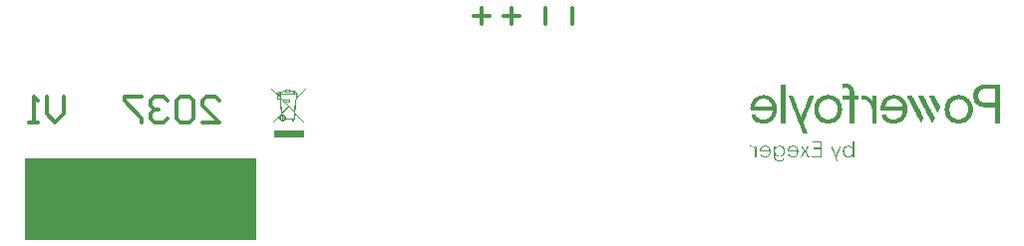
<source format=gbo>
G04*
G04 #@! TF.GenerationSoftware,Altium Limited,Altium Designer,20.2.6 (244)*
G04*
G04 Layer_Color=32896*
%FSLAX44Y44*%
%MOMM*%
G71*
G04*
G04 #@! TF.SameCoordinates,080974CB-42C0-40AB-A5A7-DB2945E70A23*
G04*
G04*
G04 #@! TF.FilePolarity,Positive*
G04*
G01*
G75*
%ADD15C,0.3000*%
%ADD16R,19.7104X7.0000*%
G36*
X1160655Y147620D02*
Y147236D01*
Y146853D01*
Y146469D01*
Y146086D01*
Y145703D01*
Y145319D01*
Y144936D01*
Y144553D01*
Y144169D01*
Y143786D01*
Y143402D01*
Y143019D01*
Y142636D01*
Y142252D01*
Y141869D01*
Y141486D01*
Y141102D01*
Y140719D01*
Y140335D01*
Y139952D01*
Y139569D01*
Y139185D01*
Y138802D01*
Y138418D01*
Y138035D01*
Y137652D01*
Y137268D01*
Y136885D01*
Y136502D01*
Y136118D01*
Y135735D01*
Y135351D01*
Y134968D01*
Y134585D01*
Y134201D01*
Y133818D01*
Y133434D01*
Y133051D01*
Y132668D01*
Y132284D01*
Y131901D01*
Y131517D01*
Y131134D01*
Y130751D01*
Y130367D01*
Y129984D01*
Y129601D01*
Y129217D01*
Y128834D01*
Y128450D01*
Y128067D01*
Y127684D01*
Y127300D01*
Y126917D01*
Y126533D01*
Y126150D01*
Y125767D01*
Y125383D01*
Y125000D01*
Y124617D01*
Y124233D01*
X1156822D01*
Y124617D01*
Y125000D01*
Y125383D01*
Y125767D01*
Y126150D01*
Y126533D01*
Y126917D01*
Y127300D01*
Y127684D01*
Y128067D01*
Y128450D01*
Y128834D01*
Y129217D01*
Y129601D01*
Y129984D01*
Y130367D01*
Y130751D01*
Y131134D01*
Y131517D01*
Y131901D01*
Y132284D01*
Y132668D01*
Y133051D01*
Y133434D01*
Y133818D01*
Y134201D01*
Y134585D01*
Y134968D01*
Y135351D01*
Y135735D01*
Y136118D01*
Y136502D01*
X1156438D01*
Y136885D01*
Y137268D01*
Y137652D01*
Y138035D01*
Y138418D01*
X1156055D01*
Y138802D01*
Y139185D01*
Y139569D01*
X1155671D01*
Y139952D01*
Y140335D01*
X1155288D01*
Y140719D01*
Y141102D01*
X1154905D01*
Y141486D01*
X1154521D01*
Y141869D01*
Y142252D01*
X1154138D01*
Y142636D01*
X1153755D01*
Y143019D01*
X1152988D01*
Y143402D01*
X1152604D01*
Y143786D01*
X1151837D01*
Y144169D01*
X1150304D01*
Y144553D01*
X1147620D01*
Y144936D01*
Y145319D01*
Y145703D01*
Y146086D01*
Y146469D01*
Y146853D01*
Y147236D01*
Y147620D01*
Y148003D01*
X1150304D01*
Y147620D01*
X1151837D01*
Y147236D01*
X1152988D01*
Y146853D01*
X1153755D01*
Y146469D01*
X1154138D01*
Y146086D01*
X1154521D01*
Y145703D01*
X1155288D01*
Y145319D01*
Y144936D01*
X1155671D01*
Y144553D01*
X1156055D01*
Y144169D01*
X1156438D01*
Y143786D01*
X1156822D01*
Y144169D01*
Y144553D01*
Y144936D01*
Y145319D01*
Y145703D01*
Y146086D01*
Y146469D01*
Y146853D01*
Y147236D01*
Y147620D01*
Y148003D01*
X1160655D01*
Y147620D01*
D02*
G37*
G36*
X1209729D02*
Y147236D01*
X1210112D01*
Y146853D01*
Y146469D01*
X1210495D01*
Y146086D01*
Y145703D01*
X1210879D01*
Y145319D01*
Y144936D01*
X1211262D01*
Y144553D01*
Y144169D01*
X1211646D01*
Y143786D01*
Y143402D01*
X1212029D01*
Y143019D01*
Y142636D01*
X1212412D01*
Y142252D01*
Y141869D01*
X1212796D01*
Y141486D01*
X1213179D01*
Y141102D01*
Y140719D01*
X1213562D01*
Y140335D01*
Y139952D01*
X1213946D01*
Y139569D01*
Y139185D01*
X1214329D01*
Y138802D01*
Y138418D01*
X1214713D01*
Y138035D01*
Y137652D01*
Y137268D01*
X1214329D01*
Y136885D01*
Y136502D01*
X1213946D01*
Y136118D01*
Y135735D01*
X1213562D01*
Y135351D01*
Y134968D01*
X1213179D01*
Y134585D01*
Y134201D01*
X1212796D01*
Y133818D01*
Y133434D01*
X1212412D01*
Y133818D01*
X1212029D01*
Y134201D01*
Y134585D01*
X1211646D01*
Y134968D01*
Y135351D01*
X1211262D01*
Y135735D01*
Y136118D01*
X1210879D01*
Y136502D01*
Y136885D01*
X1210495D01*
Y137268D01*
Y137652D01*
X1210112D01*
Y138035D01*
X1209729D01*
Y138418D01*
Y138802D01*
X1209345D01*
Y139185D01*
Y139569D01*
X1208962D01*
Y139952D01*
Y140335D01*
X1208578D01*
Y140719D01*
Y141102D01*
X1208195D01*
Y141486D01*
Y141869D01*
X1207812D01*
Y142252D01*
Y142636D01*
X1207428D01*
Y143019D01*
Y143402D01*
X1207045D01*
Y143786D01*
Y144169D01*
X1206662D01*
Y144553D01*
Y144936D01*
X1206278D01*
Y145319D01*
Y145703D01*
X1205895D01*
Y146086D01*
Y146469D01*
X1205511D01*
Y146853D01*
Y147236D01*
X1205128D01*
Y147620D01*
X1204745D01*
Y148003D01*
X1209729D01*
Y147620D01*
D02*
G37*
G36*
X1107748D02*
X1107365D01*
Y147236D01*
Y146853D01*
Y146469D01*
X1106982D01*
Y146086D01*
Y145703D01*
X1106598D01*
Y145319D01*
Y144936D01*
Y144553D01*
X1106215D01*
Y144169D01*
Y143786D01*
X1105831D01*
Y143402D01*
Y143019D01*
Y142636D01*
X1105448D01*
Y142252D01*
Y141869D01*
X1105065D01*
Y141486D01*
Y141102D01*
Y140719D01*
X1104681D01*
Y140335D01*
Y139952D01*
X1104298D01*
Y139569D01*
Y139185D01*
Y138802D01*
X1103914D01*
Y138418D01*
Y138035D01*
X1103531D01*
Y137652D01*
Y137268D01*
Y136885D01*
X1103148D01*
Y136502D01*
Y136118D01*
X1102764D01*
Y135735D01*
Y135351D01*
Y134968D01*
X1102381D01*
Y134585D01*
Y134201D01*
X1101998D01*
Y133818D01*
Y133434D01*
Y133051D01*
X1101614D01*
Y132668D01*
Y132284D01*
X1101231D01*
Y131901D01*
Y131517D01*
Y131134D01*
X1100847D01*
Y130751D01*
Y130367D01*
X1100464D01*
Y129984D01*
Y129601D01*
Y129217D01*
X1100081D01*
Y128834D01*
Y128450D01*
X1099697D01*
Y128067D01*
Y127684D01*
Y127300D01*
X1099314D01*
Y126917D01*
Y126533D01*
X1098931D01*
Y126150D01*
Y125767D01*
Y125383D01*
X1098547D01*
Y125000D01*
Y124617D01*
Y124233D01*
Y123850D01*
X1098931D01*
Y123467D01*
Y123083D01*
X1099314D01*
Y122700D01*
Y122316D01*
Y121933D01*
X1099697D01*
Y121550D01*
Y121166D01*
X1100081D01*
Y120783D01*
Y120399D01*
Y120016D01*
X1100464D01*
Y119633D01*
Y119249D01*
Y118866D01*
X1100847D01*
Y118483D01*
Y118099D01*
X1101231D01*
Y117716D01*
Y117332D01*
Y116949D01*
X1101614D01*
Y116566D01*
Y116182D01*
X1101998D01*
Y115799D01*
X1098164D01*
Y116182D01*
X1097780D01*
Y116566D01*
Y116949D01*
Y117332D01*
X1097397D01*
Y117716D01*
Y118099D01*
X1097014D01*
Y118483D01*
Y118866D01*
Y119249D01*
X1096630D01*
Y119633D01*
Y120016D01*
X1096247D01*
Y120399D01*
Y120783D01*
Y121166D01*
X1095863D01*
Y121550D01*
Y121933D01*
Y122316D01*
X1095480D01*
Y122700D01*
Y123083D01*
X1095097D01*
Y123467D01*
Y123850D01*
Y124233D01*
X1094713D01*
Y124617D01*
Y125000D01*
X1094330D01*
Y125383D01*
Y125767D01*
Y126150D01*
X1093947D01*
Y126533D01*
Y126917D01*
Y127300D01*
X1093563D01*
Y127684D01*
Y128067D01*
X1093180D01*
Y128450D01*
Y128834D01*
Y129217D01*
X1092796D01*
Y129601D01*
Y129984D01*
X1092413D01*
Y130367D01*
Y130751D01*
Y131134D01*
X1092030D01*
Y131517D01*
Y131901D01*
X1091646D01*
Y132284D01*
Y132668D01*
Y133051D01*
X1091263D01*
Y133434D01*
Y133818D01*
Y134201D01*
X1090880D01*
Y134585D01*
Y134968D01*
X1090496D01*
Y135351D01*
Y135735D01*
Y136118D01*
X1090113D01*
Y136502D01*
Y136885D01*
Y137268D01*
X1089729D01*
Y137652D01*
Y138035D01*
X1089346D01*
Y138418D01*
Y138802D01*
Y139185D01*
X1088962D01*
Y139569D01*
Y139952D01*
X1088579D01*
Y140335D01*
Y140719D01*
Y141102D01*
X1088196D01*
Y141486D01*
Y141869D01*
X1087812D01*
Y142252D01*
Y142636D01*
Y143019D01*
X1087429D01*
Y143402D01*
Y143786D01*
Y144169D01*
X1087046D01*
Y144553D01*
Y144936D01*
X1086662D01*
Y145319D01*
Y145703D01*
Y146086D01*
X1086279D01*
Y146469D01*
Y146853D01*
X1085895D01*
Y147236D01*
Y147620D01*
Y148003D01*
X1089729D01*
Y147620D01*
Y147236D01*
Y146853D01*
X1090113D01*
Y146469D01*
Y146086D01*
Y145703D01*
X1090496D01*
Y145319D01*
Y144936D01*
X1090880D01*
Y144553D01*
Y144169D01*
Y143786D01*
X1091263D01*
Y143402D01*
Y143019D01*
X1091646D01*
Y142636D01*
Y142252D01*
Y141869D01*
X1092030D01*
Y141486D01*
Y141102D01*
Y140719D01*
X1092413D01*
Y140335D01*
Y139952D01*
X1092796D01*
Y139569D01*
Y139185D01*
Y138802D01*
X1093180D01*
Y138418D01*
Y138035D01*
X1093563D01*
Y137652D01*
Y137268D01*
Y136885D01*
X1093947D01*
Y136502D01*
Y136118D01*
Y135735D01*
X1094330D01*
Y135351D01*
Y134968D01*
X1094713D01*
Y134585D01*
Y134201D01*
Y133818D01*
X1095097D01*
Y133434D01*
Y133051D01*
X1095480D01*
Y132668D01*
Y132284D01*
Y131901D01*
X1095863D01*
Y131517D01*
Y131134D01*
Y130751D01*
X1096247D01*
Y130367D01*
X1097014D01*
Y130751D01*
Y131134D01*
X1097397D01*
Y131517D01*
Y131901D01*
Y132284D01*
X1097780D01*
Y132668D01*
Y133051D01*
X1098164D01*
Y133434D01*
Y133818D01*
Y134201D01*
X1098547D01*
Y134585D01*
Y134968D01*
X1098931D01*
Y135351D01*
Y135735D01*
Y136118D01*
X1099314D01*
Y136502D01*
Y136885D01*
Y137268D01*
X1099697D01*
Y137652D01*
Y138035D01*
X1100081D01*
Y138418D01*
Y138802D01*
Y139185D01*
X1100464D01*
Y139569D01*
Y139952D01*
X1100847D01*
Y140335D01*
Y140719D01*
Y141102D01*
X1101231D01*
Y141486D01*
Y141869D01*
Y142252D01*
X1101614D01*
Y142636D01*
Y143019D01*
X1101998D01*
Y143402D01*
Y143786D01*
Y144169D01*
X1102381D01*
Y144553D01*
Y144936D01*
X1102764D01*
Y145319D01*
Y145703D01*
Y146086D01*
X1103148D01*
Y146469D01*
Y146853D01*
X1103531D01*
Y147236D01*
Y147620D01*
Y148003D01*
X1107748D01*
Y147620D01*
D02*
G37*
G36*
X1176374Y148003D02*
X1178674D01*
Y147620D01*
X1179825D01*
Y147236D01*
X1180591D01*
Y146853D01*
X1181358D01*
Y146469D01*
X1182125D01*
Y146086D01*
X1182508D01*
Y145703D01*
X1182892D01*
Y145319D01*
X1183275D01*
Y144936D01*
X1183658D01*
Y144553D01*
X1184042D01*
Y144169D01*
X1184425D01*
Y143786D01*
Y143402D01*
X1184809D01*
Y143019D01*
X1185192D01*
Y142636D01*
Y142252D01*
X1185575D01*
Y141869D01*
Y141486D01*
X1185959D01*
Y141102D01*
Y140719D01*
Y140335D01*
X1186342D01*
Y139952D01*
Y139569D01*
Y139185D01*
Y138802D01*
Y138418D01*
X1186725D01*
Y138035D01*
Y137652D01*
Y137268D01*
Y136885D01*
Y136502D01*
Y136118D01*
Y135735D01*
Y135351D01*
Y134968D01*
Y134585D01*
Y134201D01*
Y133818D01*
X1186342D01*
Y133434D01*
Y133051D01*
Y132668D01*
Y132284D01*
X1185959D01*
Y131901D01*
Y131517D01*
Y131134D01*
X1185575D01*
Y130751D01*
Y130367D01*
X1185192D01*
Y129984D01*
Y129601D01*
X1184809D01*
Y129217D01*
Y128834D01*
X1184425D01*
Y128450D01*
X1184042D01*
Y128067D01*
Y127684D01*
X1183658D01*
Y127300D01*
X1183275D01*
Y126917D01*
X1182892D01*
Y126533D01*
X1182125D01*
Y126150D01*
X1181741D01*
Y125767D01*
X1180975D01*
Y125383D01*
X1180591D01*
Y125000D01*
X1179441D01*
Y124617D01*
X1178291D01*
Y124233D01*
X1171774D01*
Y124617D01*
X1170623D01*
Y125000D01*
X1169857D01*
Y125383D01*
X1169090D01*
Y125767D01*
X1168323D01*
Y126150D01*
X1167940D01*
Y126533D01*
X1167173D01*
Y126917D01*
X1166789D01*
Y127300D01*
Y127684D01*
X1166406D01*
Y128067D01*
X1166023D01*
Y128450D01*
X1165639D01*
Y128834D01*
Y129217D01*
X1165256D01*
Y129601D01*
Y129984D01*
X1164873D01*
Y130367D01*
Y130751D01*
Y131134D01*
X1165256D01*
Y131517D01*
X1166789D01*
Y131901D01*
X1168323D01*
Y131517D01*
X1168707D01*
Y131134D01*
Y130751D01*
X1169090D01*
Y130367D01*
Y129984D01*
X1169473D01*
Y129601D01*
X1169857D01*
Y129217D01*
X1170240D01*
Y128834D01*
X1171007D01*
Y128450D01*
X1171390D01*
Y128067D01*
X1172540D01*
Y127684D01*
X1174457D01*
Y127300D01*
X1175607D01*
Y127684D01*
X1177524D01*
Y128067D01*
X1178674D01*
Y128450D01*
X1179441D01*
Y128834D01*
X1179825D01*
Y129217D01*
X1180208D01*
Y129601D01*
X1180591D01*
Y129984D01*
X1180975D01*
Y130367D01*
X1181358D01*
Y130751D01*
Y131134D01*
X1181741D01*
Y131517D01*
Y131901D01*
X1182125D01*
Y132284D01*
Y132668D01*
X1182508D01*
Y133051D01*
Y133434D01*
Y133818D01*
Y134201D01*
X1182892D01*
Y134585D01*
Y134968D01*
Y135351D01*
X1164106D01*
Y135735D01*
Y136118D01*
Y136502D01*
Y136885D01*
Y137268D01*
Y137652D01*
Y138035D01*
Y138418D01*
Y138802D01*
Y139185D01*
Y139569D01*
X1164489D01*
Y139952D01*
Y140335D01*
Y140719D01*
Y141102D01*
X1164873D01*
Y141486D01*
Y141869D01*
X1165256D01*
Y142252D01*
Y142636D01*
X1165639D01*
Y143019D01*
Y143402D01*
X1166023D01*
Y143786D01*
Y144169D01*
X1166406D01*
Y144553D01*
X1166789D01*
Y144936D01*
X1167173D01*
Y145319D01*
X1167556D01*
Y145703D01*
X1167940D01*
Y146086D01*
X1168707D01*
Y146469D01*
X1169090D01*
Y146853D01*
X1169857D01*
Y147236D01*
X1170623D01*
Y147620D01*
X1171774D01*
Y148003D01*
X1174074D01*
Y148386D01*
X1176374D01*
Y148003D01*
D02*
G37*
G36*
X1065959D02*
X1068260D01*
Y147620D01*
X1069027D01*
Y147236D01*
X1069793D01*
Y146853D01*
X1070560D01*
Y146469D01*
X1071327D01*
Y146086D01*
X1071710D01*
Y145703D01*
X1072094D01*
Y145319D01*
X1072477D01*
Y144936D01*
X1072860D01*
Y144553D01*
X1073244D01*
Y144169D01*
X1073627D01*
Y143786D01*
Y143402D01*
X1074011D01*
Y143019D01*
X1074394D01*
Y142636D01*
Y142252D01*
X1074777D01*
Y141869D01*
Y141486D01*
Y141102D01*
X1075161D01*
Y140719D01*
Y140335D01*
Y139952D01*
X1075544D01*
Y139569D01*
Y139185D01*
Y138802D01*
Y138418D01*
Y138035D01*
X1075928D01*
Y137652D01*
Y137268D01*
Y136885D01*
Y136502D01*
Y136118D01*
Y135735D01*
Y135351D01*
Y134968D01*
Y134585D01*
Y134201D01*
X1075544D01*
Y133818D01*
Y133434D01*
Y133051D01*
Y132668D01*
Y132284D01*
X1075161D01*
Y131901D01*
Y131517D01*
Y131134D01*
X1074777D01*
Y130751D01*
Y130367D01*
X1074394D01*
Y129984D01*
Y129601D01*
X1074011D01*
Y129217D01*
Y128834D01*
X1073627D01*
Y128450D01*
X1073244D01*
Y128067D01*
Y127684D01*
X1072860D01*
Y127300D01*
X1072477D01*
Y126917D01*
X1072094D01*
Y126533D01*
X1071327D01*
Y126150D01*
X1070944D01*
Y125767D01*
X1070177D01*
Y125383D01*
X1069793D01*
Y125000D01*
X1068643D01*
Y124617D01*
X1067876D01*
Y124233D01*
X1061359D01*
Y124617D01*
X1059825D01*
Y125000D01*
X1059059D01*
Y125383D01*
X1058292D01*
Y125767D01*
X1057908D01*
Y126150D01*
X1057142D01*
Y126533D01*
X1056758D01*
Y126917D01*
X1056375D01*
Y127300D01*
X1055992D01*
Y127684D01*
X1055608D01*
Y128067D01*
Y128450D01*
X1055225D01*
Y128834D01*
X1054841D01*
Y129217D01*
Y129601D01*
X1054458D01*
Y129984D01*
Y130367D01*
Y130751D01*
X1054075D01*
Y131134D01*
X1054458D01*
Y131517D01*
X1055992D01*
Y131901D01*
X1057525D01*
Y131517D01*
X1057908D01*
Y131134D01*
Y130751D01*
X1058292D01*
Y130367D01*
Y129984D01*
X1058675D01*
Y129601D01*
X1059059D01*
Y129217D01*
X1059442D01*
Y128834D01*
X1060209D01*
Y128450D01*
X1060975D01*
Y128067D01*
X1061742D01*
Y127684D01*
X1064043D01*
Y127300D01*
X1065193D01*
Y127684D01*
X1067110D01*
Y128067D01*
X1067876D01*
Y128450D01*
X1068643D01*
Y128834D01*
X1069410D01*
Y129217D01*
X1069793D01*
Y129601D01*
X1070177D01*
Y129984D01*
X1070560D01*
Y130367D01*
Y130751D01*
X1070944D01*
Y131134D01*
X1071327D01*
Y131517D01*
Y131901D01*
Y132284D01*
X1071710D01*
Y132668D01*
Y133051D01*
Y133434D01*
X1072094D01*
Y133818D01*
Y134201D01*
Y134585D01*
Y134968D01*
Y135351D01*
X1053691D01*
Y135735D01*
Y136118D01*
Y136502D01*
X1053308D01*
Y136885D01*
Y137268D01*
Y137652D01*
X1053691D01*
Y138035D01*
Y138418D01*
Y138802D01*
Y139185D01*
Y139569D01*
Y139952D01*
Y140335D01*
X1054075D01*
Y140719D01*
Y141102D01*
Y141486D01*
X1054458D01*
Y141869D01*
Y142252D01*
X1054841D01*
Y142636D01*
Y143019D01*
X1055225D01*
Y143402D01*
Y143786D01*
X1055608D01*
Y144169D01*
X1055992D01*
Y144553D01*
X1056375D01*
Y144936D01*
X1056758D01*
Y145319D01*
X1057142D01*
Y145703D01*
X1057525D01*
Y146086D01*
X1057908D01*
Y146469D01*
X1058675D01*
Y146853D01*
X1059442D01*
Y147236D01*
X1060209D01*
Y147620D01*
X1061359D01*
Y148003D01*
X1063659D01*
Y148386D01*
X1065959D01*
Y148003D01*
D02*
G37*
G36*
X1200144Y147620D02*
X1200527D01*
Y147236D01*
Y146853D01*
X1200911D01*
Y146469D01*
Y146086D01*
X1201294D01*
Y145703D01*
Y145319D01*
X1201677D01*
Y144936D01*
Y144553D01*
X1202061D01*
Y144169D01*
X1202444D01*
Y143786D01*
Y143402D01*
X1202828D01*
Y143019D01*
Y142636D01*
X1203211D01*
Y142252D01*
Y141869D01*
X1203594D01*
Y141486D01*
Y141102D01*
X1203978D01*
Y140719D01*
Y140335D01*
X1204361D01*
Y139952D01*
Y139569D01*
X1204745D01*
Y139185D01*
Y138802D01*
X1205128D01*
Y138418D01*
Y138035D01*
X1205511D01*
Y137652D01*
Y137268D01*
X1205895D01*
Y136885D01*
Y136502D01*
X1206278D01*
Y136118D01*
Y135735D01*
X1206662D01*
Y135351D01*
X1207045D01*
Y134968D01*
Y134585D01*
X1207428D01*
Y134201D01*
Y133818D01*
X1207812D01*
Y133434D01*
Y133051D01*
X1208195D01*
Y132668D01*
Y132284D01*
X1208578D01*
Y131901D01*
Y131517D01*
X1208962D01*
Y131134D01*
Y130751D01*
X1209345D01*
Y130367D01*
Y129984D01*
X1209729D01*
Y129601D01*
Y129217D01*
X1210112D01*
Y128834D01*
Y128450D01*
X1209729D01*
Y128067D01*
Y127684D01*
X1209345D01*
Y127300D01*
Y126917D01*
X1208962D01*
Y126533D01*
Y126150D01*
X1208578D01*
Y125767D01*
Y125383D01*
X1208195D01*
Y125000D01*
Y124617D01*
X1207428D01*
Y125000D01*
Y125383D01*
X1207045D01*
Y125767D01*
Y126150D01*
X1206662D01*
Y126533D01*
Y126917D01*
X1206278D01*
Y127300D01*
Y127684D01*
X1205895D01*
Y128067D01*
Y128450D01*
X1205511D01*
Y128834D01*
Y129217D01*
X1205128D01*
Y129601D01*
Y129984D01*
X1204745D01*
Y130367D01*
Y130751D01*
X1204361D01*
Y131134D01*
X1203978D01*
Y131517D01*
Y131901D01*
X1203594D01*
Y132284D01*
Y132668D01*
X1203211D01*
Y133051D01*
Y133434D01*
X1202828D01*
Y133818D01*
Y134201D01*
X1202444D01*
Y134585D01*
Y134968D01*
X1202061D01*
Y135351D01*
Y135735D01*
X1201677D01*
Y136118D01*
Y136502D01*
X1201294D01*
Y136885D01*
Y137268D01*
X1200911D01*
Y137652D01*
Y138035D01*
X1200527D01*
Y138418D01*
Y138802D01*
X1200144D01*
Y139185D01*
Y139569D01*
X1199761D01*
Y139952D01*
Y140335D01*
X1199377D01*
Y140719D01*
Y141102D01*
X1198994D01*
Y141486D01*
X1198610D01*
Y141869D01*
Y142252D01*
X1198227D01*
Y142636D01*
Y143019D01*
X1197844D01*
Y143402D01*
Y143786D01*
X1197460D01*
Y144169D01*
Y144553D01*
X1197077D01*
Y144936D01*
Y145319D01*
X1196693D01*
Y145703D01*
Y146086D01*
X1196310D01*
Y146469D01*
Y146853D01*
X1195927D01*
Y147236D01*
Y147620D01*
X1195543D01*
Y148003D01*
X1200144D01*
Y147620D01*
D02*
G37*
G36*
X1265319Y156821D02*
Y156438D01*
Y156054D01*
Y155671D01*
Y155287D01*
Y154904D01*
Y154521D01*
Y154137D01*
Y153754D01*
Y153370D01*
Y152987D01*
Y152604D01*
Y152220D01*
Y151837D01*
Y151454D01*
Y151070D01*
Y150687D01*
Y150303D01*
Y149920D01*
Y149537D01*
Y149153D01*
Y148770D01*
Y148386D01*
Y148003D01*
Y147620D01*
Y147236D01*
Y146853D01*
Y146469D01*
Y146086D01*
Y145703D01*
Y145319D01*
Y144936D01*
Y144553D01*
Y144169D01*
Y143786D01*
Y143402D01*
Y143019D01*
Y142636D01*
Y142252D01*
Y141869D01*
Y141486D01*
Y141102D01*
Y140719D01*
Y140335D01*
Y139952D01*
Y139569D01*
Y139185D01*
Y138802D01*
Y138418D01*
Y138035D01*
Y137652D01*
Y137268D01*
Y136885D01*
Y136502D01*
Y136118D01*
Y135735D01*
Y135351D01*
Y134968D01*
Y134585D01*
Y134201D01*
Y133818D01*
Y133434D01*
Y133051D01*
Y132668D01*
Y132284D01*
Y131901D01*
Y131517D01*
Y131134D01*
Y130751D01*
Y130367D01*
Y129984D01*
Y129601D01*
Y129217D01*
Y128834D01*
Y128450D01*
Y128067D01*
Y127684D01*
Y127300D01*
Y126917D01*
Y126533D01*
Y126150D01*
Y125767D01*
Y125383D01*
Y125000D01*
Y124617D01*
Y124233D01*
X1261102D01*
Y124617D01*
Y125000D01*
Y125383D01*
Y125767D01*
Y126150D01*
Y126533D01*
Y126917D01*
Y127300D01*
Y127684D01*
Y128067D01*
Y128450D01*
Y128834D01*
Y129217D01*
Y129601D01*
Y129984D01*
Y130367D01*
Y130751D01*
Y131134D01*
Y131517D01*
Y131901D01*
Y132284D01*
Y132668D01*
Y133051D01*
Y133434D01*
Y133818D01*
Y134201D01*
Y134585D01*
Y134968D01*
Y135351D01*
Y135735D01*
Y136118D01*
Y136502D01*
Y136885D01*
Y137268D01*
Y137652D01*
Y138035D01*
X1251517D01*
Y138418D01*
X1249217D01*
Y138802D01*
X1248067D01*
Y139185D01*
X1247300D01*
Y139569D01*
X1246533D01*
Y139952D01*
X1246150D01*
Y140335D01*
X1245383D01*
Y140719D01*
X1245000D01*
Y141102D01*
X1244616D01*
Y141486D01*
Y141869D01*
X1244233D01*
Y142252D01*
X1243850D01*
Y142636D01*
Y143019D01*
X1243466D01*
Y143402D01*
Y143786D01*
X1243083D01*
Y144169D01*
Y144553D01*
Y144936D01*
X1242700D01*
Y145319D01*
Y145703D01*
Y146086D01*
Y146469D01*
Y146853D01*
Y147236D01*
Y147620D01*
Y148003D01*
Y148386D01*
Y148770D01*
Y149153D01*
Y149537D01*
Y149920D01*
Y150303D01*
X1243083D01*
Y150687D01*
Y151070D01*
Y151454D01*
X1243466D01*
Y151837D01*
Y152220D01*
X1243850D01*
Y152604D01*
Y152987D01*
X1244233D01*
Y153370D01*
X1244616D01*
Y153754D01*
X1245000D01*
Y154137D01*
X1245383D01*
Y154521D01*
X1245767D01*
Y154904D01*
X1246150D01*
Y155287D01*
X1246917D01*
Y155671D01*
X1247300D01*
Y156054D01*
X1248450D01*
Y156438D01*
X1249601D01*
Y156821D01*
X1251901D01*
Y157204D01*
X1265319D01*
Y156821D01*
D02*
G37*
G36*
X1231581Y148003D02*
X1233882D01*
Y147620D01*
X1235032D01*
Y147236D01*
X1235799D01*
Y146853D01*
X1236565D01*
Y146469D01*
X1237332D01*
Y146086D01*
X1237716D01*
Y145703D01*
X1238099D01*
Y145319D01*
X1238482D01*
Y144936D01*
X1238866D01*
Y144553D01*
X1239249D01*
Y144169D01*
X1239632D01*
Y143786D01*
X1240016D01*
Y143402D01*
X1240399D01*
Y143019D01*
Y142636D01*
X1240783D01*
Y142252D01*
Y141869D01*
X1241166D01*
Y141486D01*
Y141102D01*
X1241550D01*
Y140719D01*
Y140335D01*
Y139952D01*
X1241933D01*
Y139569D01*
Y139185D01*
Y138802D01*
Y138418D01*
X1242316D01*
Y138035D01*
Y137652D01*
Y137268D01*
Y136885D01*
Y136502D01*
Y136118D01*
Y135735D01*
Y135351D01*
Y134968D01*
Y134585D01*
Y134201D01*
Y133818D01*
X1241933D01*
Y133434D01*
Y133051D01*
Y132668D01*
Y132284D01*
X1241550D01*
Y131901D01*
Y131517D01*
Y131134D01*
X1241166D01*
Y130751D01*
Y130367D01*
X1240783D01*
Y129984D01*
Y129601D01*
X1240399D01*
Y129217D01*
Y128834D01*
X1240016D01*
Y128450D01*
X1239632D01*
Y128067D01*
X1239249D01*
Y127684D01*
X1238866D01*
Y127300D01*
X1238482D01*
Y126917D01*
X1238099D01*
Y126533D01*
X1237716D01*
Y126150D01*
X1236949D01*
Y125767D01*
X1236565D01*
Y125383D01*
X1235799D01*
Y125000D01*
X1234649D01*
Y124617D01*
X1233498D01*
Y124233D01*
X1226981D01*
Y124617D01*
X1225831D01*
Y125000D01*
X1225064D01*
Y125383D01*
X1224297D01*
Y125767D01*
X1223530D01*
Y126150D01*
X1223147D01*
Y126533D01*
X1222380D01*
Y126917D01*
X1221997D01*
Y127300D01*
X1221613D01*
Y127684D01*
X1221230D01*
Y128067D01*
X1220847D01*
Y128450D01*
Y128834D01*
X1220463D01*
Y129217D01*
X1220080D01*
Y129601D01*
Y129984D01*
X1219697D01*
Y130367D01*
Y130751D01*
X1219313D01*
Y131134D01*
Y131517D01*
X1218930D01*
Y131901D01*
Y132284D01*
Y132668D01*
X1218546D01*
Y133051D01*
Y133434D01*
Y133818D01*
Y134201D01*
Y134585D01*
Y134968D01*
Y135351D01*
X1218163D01*
Y135735D01*
Y136118D01*
Y136502D01*
Y136885D01*
X1218546D01*
Y137268D01*
Y137652D01*
Y138035D01*
Y138418D01*
Y138802D01*
Y139185D01*
Y139569D01*
X1218930D01*
Y139952D01*
Y140335D01*
Y140719D01*
X1219313D01*
Y141102D01*
Y141486D01*
X1219697D01*
Y141869D01*
Y142252D01*
X1220080D01*
Y142636D01*
Y143019D01*
X1220463D01*
Y143402D01*
Y143786D01*
X1220847D01*
Y144169D01*
X1221230D01*
Y144553D01*
X1221613D01*
Y144936D01*
X1221997D01*
Y145319D01*
X1222380D01*
Y145703D01*
X1222764D01*
Y146086D01*
X1223530D01*
Y146469D01*
X1223914D01*
Y146853D01*
X1224681D01*
Y147236D01*
X1225831D01*
Y147620D01*
X1226981D01*
Y148003D01*
X1229281D01*
Y148386D01*
X1231581D01*
Y148003D01*
D02*
G37*
G36*
X1190943Y147620D02*
Y147236D01*
X1191326D01*
Y146853D01*
Y146469D01*
X1191710D01*
Y146086D01*
Y145703D01*
X1192093D01*
Y145319D01*
X1192476D01*
Y144936D01*
Y144553D01*
X1192860D01*
Y144169D01*
Y143786D01*
X1193243D01*
Y143402D01*
Y143019D01*
X1193626D01*
Y142636D01*
Y142252D01*
X1194010D01*
Y141869D01*
Y141486D01*
X1194393D01*
Y141102D01*
Y140719D01*
X1194777D01*
Y140335D01*
Y139952D01*
X1195160D01*
Y139569D01*
Y139185D01*
X1195543D01*
Y138802D01*
Y138418D01*
X1195927D01*
Y138035D01*
Y137652D01*
X1196310D01*
Y137268D01*
Y136885D01*
X1196693D01*
Y136502D01*
X1197077D01*
Y136118D01*
Y135735D01*
X1197460D01*
Y135351D01*
Y134968D01*
X1197844D01*
Y134585D01*
Y134201D01*
X1198227D01*
Y133818D01*
Y133434D01*
X1198610D01*
Y133051D01*
Y132668D01*
X1198994D01*
Y132284D01*
Y131901D01*
X1199377D01*
Y131517D01*
Y131134D01*
X1199761D01*
Y130751D01*
Y130367D01*
X1200144D01*
Y129984D01*
Y129601D01*
X1200527D01*
Y129217D01*
Y128834D01*
Y128450D01*
Y128067D01*
X1200144D01*
Y127684D01*
Y127300D01*
X1199761D01*
Y126917D01*
Y126533D01*
X1199377D01*
Y126150D01*
Y125767D01*
X1198994D01*
Y125383D01*
Y125000D01*
X1198610D01*
Y124617D01*
Y124233D01*
X1198227D01*
Y124617D01*
Y125000D01*
X1197844D01*
Y125383D01*
Y125767D01*
X1197460D01*
Y126150D01*
Y126533D01*
X1197077D01*
Y126917D01*
Y127300D01*
X1196693D01*
Y127684D01*
Y128067D01*
X1196310D01*
Y128450D01*
Y128834D01*
X1195927D01*
Y129217D01*
Y129601D01*
X1195543D01*
Y129984D01*
Y130367D01*
X1195160D01*
Y130751D01*
Y131134D01*
X1194777D01*
Y131517D01*
X1194393D01*
Y131901D01*
Y132284D01*
X1194010D01*
Y132668D01*
Y133051D01*
X1193626D01*
Y133434D01*
Y133818D01*
X1193243D01*
Y134201D01*
Y134585D01*
X1192860D01*
Y134968D01*
Y135351D01*
X1192476D01*
Y135735D01*
Y136118D01*
X1192093D01*
Y136502D01*
Y136885D01*
X1191710D01*
Y137268D01*
Y137652D01*
X1191326D01*
Y138035D01*
Y138418D01*
X1190943D01*
Y138802D01*
Y139185D01*
X1190559D01*
Y139569D01*
Y139952D01*
X1190176D01*
Y140335D01*
Y140719D01*
X1189793D01*
Y141102D01*
Y141486D01*
X1189409D01*
Y141869D01*
X1189026D01*
Y142252D01*
Y142636D01*
X1188642D01*
Y143019D01*
Y143402D01*
X1188259D01*
Y143786D01*
Y144169D01*
X1187876D01*
Y144553D01*
Y144936D01*
X1187492D01*
Y145319D01*
Y145703D01*
X1187109D01*
Y146086D01*
Y146469D01*
X1186725D01*
Y146853D01*
Y147236D01*
X1186342D01*
Y147620D01*
Y148003D01*
X1190943D01*
Y147620D01*
D02*
G37*
G36*
X1136502Y157588D02*
X1137652D01*
Y157204D01*
X1138419D01*
Y156821D01*
X1138802D01*
Y156438D01*
X1139186D01*
Y156054D01*
X1139569D01*
Y155671D01*
X1139953D01*
Y155287D01*
X1140336D01*
Y154904D01*
Y154521D01*
X1140719D01*
Y154137D01*
Y153754D01*
X1141103D01*
Y153370D01*
Y152987D01*
Y152604D01*
Y152220D01*
Y151837D01*
X1141486D01*
Y151454D01*
Y151070D01*
Y150687D01*
Y150303D01*
Y149920D01*
Y149537D01*
Y149153D01*
Y148770D01*
Y148386D01*
Y148003D01*
X1145320D01*
Y147620D01*
Y147236D01*
Y146853D01*
Y146469D01*
Y146086D01*
Y145703D01*
Y145319D01*
Y144936D01*
Y144553D01*
X1141486D01*
Y144169D01*
Y143786D01*
Y143402D01*
Y143019D01*
Y142636D01*
Y142252D01*
Y141869D01*
Y141486D01*
Y141102D01*
Y140719D01*
Y140335D01*
Y139952D01*
Y139569D01*
Y139185D01*
Y138802D01*
Y138418D01*
Y138035D01*
Y137652D01*
Y137268D01*
Y136885D01*
Y136502D01*
Y136118D01*
Y135735D01*
Y135351D01*
Y134968D01*
Y134585D01*
Y134201D01*
Y133818D01*
Y133434D01*
Y133051D01*
Y132668D01*
Y132284D01*
Y131901D01*
Y131517D01*
Y131134D01*
Y130751D01*
Y130367D01*
Y129984D01*
Y129601D01*
Y129217D01*
Y128834D01*
Y128450D01*
Y128067D01*
Y127684D01*
Y127300D01*
Y126917D01*
Y126533D01*
Y126150D01*
Y125767D01*
Y125383D01*
Y125000D01*
Y124617D01*
Y124233D01*
X1137652D01*
Y124617D01*
Y125000D01*
Y125383D01*
Y125767D01*
Y126150D01*
Y126533D01*
Y126917D01*
Y127300D01*
Y127684D01*
Y128067D01*
Y128450D01*
Y128834D01*
Y129217D01*
Y129601D01*
Y129984D01*
Y130367D01*
Y130751D01*
Y131134D01*
Y131517D01*
Y131901D01*
Y132284D01*
Y132668D01*
Y133051D01*
Y133434D01*
Y133818D01*
Y134201D01*
Y134585D01*
Y134968D01*
Y135351D01*
Y135735D01*
Y136118D01*
Y136502D01*
Y136885D01*
Y137268D01*
Y137652D01*
Y138035D01*
Y138418D01*
Y138802D01*
Y139185D01*
Y139569D01*
Y139952D01*
Y140335D01*
Y140719D01*
Y141102D01*
Y141486D01*
Y141869D01*
Y142252D01*
Y142636D01*
Y143019D01*
Y143402D01*
Y143786D01*
Y144169D01*
Y144553D01*
X1131518D01*
Y144936D01*
Y145319D01*
Y145703D01*
Y146086D01*
Y146469D01*
Y146853D01*
Y147236D01*
Y147620D01*
Y148003D01*
X1137652D01*
Y148386D01*
Y148770D01*
Y149153D01*
Y149537D01*
Y149920D01*
Y150303D01*
Y150687D01*
Y151070D01*
Y151454D01*
Y151837D01*
Y152220D01*
X1137269D01*
Y152604D01*
Y152987D01*
X1136886D01*
Y153370D01*
X1136502D01*
Y153754D01*
X1136119D01*
Y154137D01*
X1135735D01*
Y154521D01*
X1132285D01*
Y154137D01*
X1131518D01*
Y154521D01*
Y154904D01*
Y155287D01*
Y155671D01*
Y156054D01*
Y156438D01*
Y156821D01*
Y157204D01*
Y157588D01*
X1131902D01*
Y157971D01*
X1136502D01*
Y157588D01*
D02*
G37*
G36*
X1120783Y148003D02*
X1123084D01*
Y147620D01*
X1124234D01*
Y147236D01*
X1125001D01*
Y146853D01*
X1125767D01*
Y146469D01*
X1126534D01*
Y146086D01*
X1126918D01*
Y145703D01*
X1127301D01*
Y145319D01*
X1127684D01*
Y144936D01*
X1128068D01*
Y144553D01*
X1128451D01*
Y144169D01*
X1128835D01*
Y143786D01*
X1129218D01*
Y143402D01*
Y143019D01*
X1129601D01*
Y142636D01*
X1129985D01*
Y142252D01*
Y141869D01*
X1130368D01*
Y141486D01*
Y141102D01*
Y140719D01*
X1130751D01*
Y140335D01*
Y139952D01*
Y139569D01*
X1131135D01*
Y139185D01*
Y138802D01*
Y138418D01*
Y138035D01*
Y137652D01*
Y137268D01*
X1131518D01*
Y136885D01*
Y136502D01*
Y136118D01*
Y135735D01*
Y135351D01*
Y134968D01*
X1131135D01*
Y134585D01*
Y134201D01*
Y133818D01*
Y133434D01*
Y133051D01*
Y132668D01*
X1130751D01*
Y132284D01*
Y131901D01*
Y131517D01*
X1130368D01*
Y131134D01*
Y130751D01*
Y130367D01*
X1129985D01*
Y129984D01*
Y129601D01*
X1129601D01*
Y129217D01*
X1129218D01*
Y128834D01*
Y128450D01*
X1128835D01*
Y128067D01*
X1128451D01*
Y127684D01*
X1128068D01*
Y127300D01*
X1127684D01*
Y126917D01*
X1127301D01*
Y126533D01*
X1126918D01*
Y126150D01*
X1126151D01*
Y125767D01*
X1125767D01*
Y125383D01*
X1125001D01*
Y125000D01*
X1124234D01*
Y124617D01*
X1122700D01*
Y124233D01*
X1116183D01*
Y124617D01*
X1115033D01*
Y125000D01*
X1114266D01*
Y125383D01*
X1113499D01*
Y125767D01*
X1112732D01*
Y126150D01*
X1112349D01*
Y126533D01*
X1111966D01*
Y126917D01*
X1111199D01*
Y127300D01*
X1110815D01*
Y127684D01*
X1110432D01*
Y128067D01*
Y128450D01*
X1110049D01*
Y128834D01*
X1109665D01*
Y129217D01*
X1109282D01*
Y129601D01*
Y129984D01*
X1108898D01*
Y130367D01*
Y130751D01*
X1108515D01*
Y131134D01*
Y131517D01*
Y131901D01*
X1108132D01*
Y132284D01*
Y132668D01*
Y133051D01*
X1107748D01*
Y133434D01*
Y133818D01*
Y134201D01*
Y134585D01*
Y134968D01*
Y135351D01*
Y135735D01*
Y136118D01*
Y136502D01*
Y136885D01*
Y137268D01*
Y137652D01*
Y138035D01*
Y138418D01*
Y138802D01*
Y139185D01*
X1108132D01*
Y139569D01*
Y139952D01*
Y140335D01*
Y140719D01*
X1108515D01*
Y141102D01*
Y141486D01*
X1108898D01*
Y141869D01*
Y142252D01*
X1109282D01*
Y142636D01*
Y143019D01*
X1109665D01*
Y143402D01*
X1110049D01*
Y143786D01*
Y144169D01*
X1110432D01*
Y144553D01*
X1110815D01*
Y144936D01*
X1111199D01*
Y145319D01*
X1111582D01*
Y145703D01*
X1112349D01*
Y146086D01*
X1112732D01*
Y146469D01*
X1113499D01*
Y146853D01*
X1114266D01*
Y147236D01*
X1115033D01*
Y147620D01*
X1116183D01*
Y148003D01*
X1118483D01*
Y148386D01*
X1120783D01*
Y148003D01*
D02*
G37*
G36*
X1083212Y157204D02*
Y156821D01*
Y156438D01*
Y156054D01*
Y155671D01*
Y155287D01*
Y154904D01*
Y154521D01*
Y154137D01*
Y153754D01*
Y153370D01*
Y152987D01*
Y152604D01*
Y152220D01*
Y151837D01*
Y151454D01*
Y151070D01*
Y150687D01*
Y150303D01*
Y149920D01*
Y149537D01*
Y149153D01*
Y148770D01*
Y148386D01*
Y148003D01*
Y147620D01*
Y147236D01*
Y146853D01*
Y146469D01*
Y146086D01*
Y145703D01*
Y145319D01*
Y144936D01*
Y144553D01*
Y144169D01*
Y143786D01*
Y143402D01*
Y143019D01*
Y142636D01*
Y142252D01*
Y141869D01*
Y141486D01*
Y141102D01*
Y140719D01*
Y140335D01*
Y139952D01*
Y139569D01*
Y139185D01*
Y138802D01*
Y138418D01*
Y138035D01*
Y137652D01*
Y137268D01*
Y136885D01*
Y136502D01*
Y136118D01*
Y135735D01*
Y135351D01*
Y134968D01*
Y134585D01*
Y134201D01*
Y133818D01*
Y133434D01*
Y133051D01*
Y132668D01*
Y132284D01*
Y131901D01*
Y131517D01*
Y131134D01*
Y130751D01*
Y130367D01*
Y129984D01*
Y129601D01*
Y129217D01*
Y128834D01*
Y128450D01*
Y128067D01*
Y127684D01*
Y127300D01*
Y126917D01*
Y126533D01*
Y126150D01*
Y125767D01*
Y125383D01*
Y125000D01*
Y124617D01*
Y124233D01*
X1079378D01*
Y124617D01*
Y125000D01*
Y125383D01*
Y125767D01*
Y126150D01*
Y126533D01*
Y126917D01*
Y127300D01*
Y127684D01*
Y128067D01*
Y128450D01*
Y128834D01*
Y129217D01*
Y129601D01*
Y129984D01*
Y130367D01*
Y130751D01*
Y131134D01*
Y131517D01*
Y131901D01*
Y132284D01*
Y132668D01*
Y133051D01*
Y133434D01*
Y133818D01*
Y134201D01*
Y134585D01*
Y134968D01*
Y135351D01*
Y135735D01*
Y136118D01*
Y136502D01*
Y136885D01*
Y137268D01*
Y137652D01*
Y138035D01*
Y138418D01*
Y138802D01*
Y139185D01*
Y139569D01*
Y139952D01*
Y140335D01*
Y140719D01*
Y141102D01*
Y141486D01*
Y141869D01*
Y142252D01*
Y142636D01*
Y143019D01*
Y143402D01*
Y143786D01*
Y144169D01*
Y144553D01*
Y144936D01*
Y145319D01*
Y145703D01*
Y146086D01*
Y146469D01*
Y146853D01*
Y147236D01*
Y147620D01*
Y148003D01*
Y148386D01*
Y148770D01*
Y149153D01*
Y149537D01*
Y149920D01*
Y150303D01*
Y150687D01*
Y151070D01*
Y151454D01*
Y151837D01*
Y152220D01*
Y152604D01*
Y152987D01*
Y153370D01*
Y153754D01*
Y154137D01*
Y154521D01*
Y154904D01*
Y155287D01*
Y155671D01*
Y156054D01*
Y156438D01*
Y156821D01*
Y157204D01*
Y157588D01*
X1083212D01*
Y157204D01*
D02*
G37*
G36*
X1141486Y108898D02*
Y108514D01*
Y108131D01*
Y107748D01*
Y107364D01*
Y106981D01*
Y106598D01*
Y106214D01*
Y105831D01*
Y105447D01*
Y105064D01*
Y104681D01*
Y104297D01*
Y103914D01*
Y103531D01*
Y103147D01*
Y102764D01*
Y102380D01*
Y101997D01*
Y101614D01*
Y101230D01*
Y100847D01*
Y100463D01*
Y100080D01*
Y99697D01*
Y99313D01*
Y98930D01*
Y98546D01*
Y98163D01*
Y97780D01*
Y97396D01*
Y97013D01*
Y96630D01*
Y96246D01*
Y95863D01*
Y95479D01*
X1140336D01*
Y95863D01*
Y96246D01*
Y96630D01*
X1139569D01*
Y96246D01*
X1139186D01*
Y95863D01*
X1138802D01*
Y95479D01*
X1137269D01*
Y95096D01*
X1136119D01*
Y95479D01*
X1134585D01*
Y95863D01*
X1133819D01*
Y96246D01*
X1133435D01*
Y96630D01*
X1133052D01*
Y97013D01*
X1132668D01*
Y97396D01*
Y97780D01*
X1132285D01*
Y98163D01*
Y98546D01*
Y98930D01*
Y99313D01*
X1131902D01*
Y99697D01*
Y100080D01*
Y100463D01*
Y100847D01*
Y101230D01*
X1132285D01*
Y101614D01*
Y101997D01*
Y102380D01*
Y102764D01*
X1132668D01*
Y103147D01*
Y103531D01*
X1133052D01*
Y103914D01*
X1133435D01*
Y104297D01*
X1133819D01*
Y104681D01*
X1134585D01*
Y105064D01*
X1135735D01*
Y105447D01*
X1137652D01*
Y105064D01*
X1138802D01*
Y104681D01*
X1139186D01*
Y104297D01*
X1139569D01*
Y103914D01*
X1140336D01*
Y104297D01*
Y104681D01*
Y105064D01*
Y105447D01*
Y105831D01*
Y106214D01*
Y106598D01*
Y106981D01*
Y107364D01*
Y107748D01*
Y108131D01*
Y108514D01*
Y108898D01*
Y109281D01*
X1141486D01*
Y108898D01*
D02*
G37*
G36*
X1079378Y105064D02*
X1080528D01*
Y104681D01*
X1080911D01*
Y104297D01*
X1081678D01*
Y103914D01*
Y103531D01*
X1082062D01*
Y103147D01*
X1082445D01*
Y102764D01*
Y102380D01*
Y101997D01*
Y101614D01*
X1082828D01*
Y101230D01*
Y100847D01*
Y100463D01*
Y100080D01*
Y99697D01*
Y99313D01*
X1082445D01*
Y98930D01*
Y98546D01*
Y98163D01*
X1082062D01*
Y97780D01*
Y97396D01*
X1081678D01*
Y97013D01*
X1081295D01*
Y96630D01*
X1080911D01*
Y96246D01*
X1080145D01*
Y95863D01*
X1076311D01*
Y96246D01*
X1075928D01*
Y96630D01*
X1075544D01*
Y97013D01*
X1074777D01*
Y96630D01*
X1074394D01*
Y96246D01*
Y95863D01*
Y95479D01*
Y95096D01*
X1074777D01*
Y94713D01*
Y94329D01*
Y93946D01*
X1075161D01*
Y93562D01*
X1075544D01*
Y93179D01*
X1076311D01*
Y92796D01*
X1077078D01*
Y92412D01*
X1078995D01*
Y92796D01*
X1080145D01*
Y93179D01*
X1080528D01*
Y93562D01*
X1080911D01*
Y93946D01*
X1081295D01*
Y94329D01*
X1082062D01*
Y93946D01*
Y93562D01*
X1081678D01*
Y93179D01*
Y92796D01*
X1081295D01*
Y92412D01*
X1080911D01*
Y92029D01*
X1080145D01*
Y91646D01*
X1076311D01*
Y92029D01*
X1075544D01*
Y92412D01*
X1074777D01*
Y92796D01*
X1074394D01*
Y93179D01*
Y93562D01*
X1074011D01*
Y93946D01*
Y94329D01*
X1073627D01*
Y94713D01*
Y95096D01*
Y95479D01*
Y95863D01*
Y96246D01*
Y96630D01*
Y97013D01*
Y97396D01*
Y97780D01*
Y98163D01*
Y98546D01*
Y98930D01*
Y99313D01*
Y99697D01*
Y100080D01*
Y100463D01*
Y100847D01*
Y101230D01*
Y101614D01*
Y101997D01*
Y102380D01*
Y102764D01*
Y103147D01*
Y103531D01*
Y103914D01*
Y104297D01*
Y104681D01*
Y105064D01*
X1074394D01*
Y104681D01*
Y104297D01*
X1074777D01*
Y103914D01*
X1075544D01*
Y104297D01*
X1075928D01*
Y104681D01*
X1076311D01*
Y105064D01*
X1077461D01*
Y105447D01*
X1079378D01*
Y105064D01*
D02*
G37*
G36*
X1103531Y104681D02*
X1103148D01*
Y104297D01*
X1102764D01*
Y103914D01*
Y103531D01*
X1102381D01*
Y103147D01*
X1101998D01*
Y102764D01*
Y102380D01*
X1101614D01*
Y101997D01*
X1101231D01*
Y101614D01*
Y101230D01*
X1100847D01*
Y100847D01*
X1100464D01*
Y100463D01*
Y100080D01*
X1100847D01*
Y99697D01*
X1101231D01*
Y99313D01*
Y98930D01*
X1101614D01*
Y98546D01*
X1101998D01*
Y98163D01*
Y97780D01*
X1102381D01*
Y97396D01*
X1102764D01*
Y97013D01*
Y96630D01*
X1103148D01*
Y96246D01*
X1103531D01*
Y95863D01*
Y95479D01*
X1102381D01*
Y95863D01*
Y96246D01*
X1101998D01*
Y96630D01*
X1101614D01*
Y97013D01*
Y97396D01*
X1101231D01*
Y97780D01*
X1100847D01*
Y98163D01*
Y98546D01*
X1100464D01*
Y98930D01*
X1100081D01*
Y99313D01*
X1099697D01*
Y98930D01*
X1099314D01*
Y98546D01*
X1098931D01*
Y98163D01*
Y97780D01*
X1098547D01*
Y97396D01*
X1098164D01*
Y97013D01*
X1097780D01*
Y96630D01*
Y96246D01*
X1097397D01*
Y95863D01*
X1097014D01*
Y95479D01*
X1095863D01*
Y95863D01*
X1096247D01*
Y96246D01*
X1096630D01*
Y96630D01*
Y97013D01*
X1097014D01*
Y97396D01*
X1097397D01*
Y97780D01*
Y98163D01*
X1097780D01*
Y98546D01*
X1098164D01*
Y98930D01*
Y99313D01*
X1098547D01*
Y99697D01*
X1098931D01*
Y100080D01*
X1099314D01*
Y100463D01*
Y100847D01*
X1098931D01*
Y101230D01*
X1098547D01*
Y101614D01*
Y101997D01*
X1098164D01*
Y102380D01*
X1097780D01*
Y102764D01*
X1097397D01*
Y103147D01*
Y103531D01*
X1097014D01*
Y103914D01*
X1096630D01*
Y104297D01*
Y104681D01*
X1096247D01*
Y105064D01*
X1097397D01*
Y104681D01*
X1097780D01*
Y104297D01*
X1098164D01*
Y103914D01*
Y103531D01*
X1098547D01*
Y103147D01*
X1098931D01*
Y102764D01*
Y102380D01*
X1099314D01*
Y101997D01*
X1099697D01*
Y101614D01*
X1100081D01*
Y101997D01*
X1100464D01*
Y102380D01*
X1100847D01*
Y102764D01*
Y103147D01*
X1101231D01*
Y103531D01*
X1101614D01*
Y103914D01*
Y104297D01*
X1101998D01*
Y104681D01*
X1102381D01*
Y105064D01*
X1103531D01*
Y104681D01*
D02*
G37*
G36*
X1130368D02*
Y104297D01*
X1129985D01*
Y103914D01*
Y103531D01*
Y103147D01*
X1129601D01*
Y102764D01*
Y102380D01*
X1129218D01*
Y101997D01*
Y101614D01*
Y101230D01*
X1128835D01*
Y100847D01*
Y100463D01*
X1128451D01*
Y100080D01*
Y99697D01*
Y99313D01*
X1128068D01*
Y98930D01*
Y98546D01*
X1127684D01*
Y98163D01*
Y97780D01*
Y97396D01*
X1127301D01*
Y97013D01*
Y96630D01*
X1126918D01*
Y96246D01*
Y95863D01*
Y95479D01*
X1126534D01*
Y95096D01*
X1126918D01*
Y94713D01*
Y94329D01*
Y93946D01*
X1127301D01*
Y93562D01*
Y93179D01*
X1127684D01*
Y92796D01*
Y92412D01*
Y92029D01*
X1128068D01*
Y91646D01*
X1126918D01*
Y92029D01*
Y92412D01*
X1126534D01*
Y92796D01*
Y93179D01*
Y93562D01*
X1126151D01*
Y93946D01*
Y94329D01*
X1125767D01*
Y94713D01*
Y95096D01*
Y95479D01*
X1125384D01*
Y95863D01*
Y96246D01*
X1125001D01*
Y96630D01*
Y97013D01*
Y97396D01*
X1124617D01*
Y97780D01*
Y98163D01*
Y98546D01*
X1124234D01*
Y98930D01*
Y99313D01*
X1123850D01*
Y99697D01*
Y100080D01*
Y100463D01*
X1123467D01*
Y100847D01*
Y101230D01*
X1123084D01*
Y101614D01*
Y101997D01*
Y102380D01*
X1122700D01*
Y102764D01*
Y103147D01*
Y103531D01*
X1122317D01*
Y103914D01*
Y104297D01*
X1121934D01*
Y104681D01*
Y105064D01*
X1123084D01*
Y104681D01*
Y104297D01*
Y103914D01*
X1123467D01*
Y103531D01*
Y103147D01*
X1123850D01*
Y102764D01*
Y102380D01*
Y101997D01*
X1124234D01*
Y101614D01*
Y101230D01*
X1124617D01*
Y100847D01*
Y100463D01*
Y100080D01*
X1125001D01*
Y99697D01*
Y99313D01*
Y98930D01*
X1125384D01*
Y98546D01*
Y98163D01*
X1125767D01*
Y97780D01*
Y97396D01*
X1126534D01*
Y97780D01*
Y98163D01*
X1126918D01*
Y98546D01*
Y98930D01*
Y99313D01*
X1127301D01*
Y99697D01*
Y100080D01*
X1127684D01*
Y100463D01*
Y100847D01*
Y101230D01*
X1128068D01*
Y101614D01*
Y101997D01*
X1128451D01*
Y102380D01*
Y102764D01*
Y103147D01*
X1128835D01*
Y103531D01*
Y103914D01*
Y104297D01*
X1129218D01*
Y104681D01*
Y105064D01*
X1130368D01*
Y104681D01*
D02*
G37*
G36*
X1090880Y105064D02*
X1092030D01*
Y104681D01*
X1092413D01*
Y104297D01*
X1092796D01*
Y103914D01*
X1093180D01*
Y103531D01*
X1093563D01*
Y103147D01*
Y102764D01*
X1093947D01*
Y102380D01*
Y101997D01*
Y101614D01*
Y101230D01*
X1094330D01*
Y100847D01*
Y100463D01*
Y100080D01*
Y99697D01*
Y99313D01*
X1093947D01*
Y98930D01*
Y98546D01*
Y98163D01*
Y97780D01*
X1093563D01*
Y97396D01*
X1093180D01*
Y97013D01*
Y96630D01*
X1092796D01*
Y96246D01*
X1092413D01*
Y95863D01*
X1091646D01*
Y95479D01*
X1090113D01*
Y95096D01*
X1089346D01*
Y95479D01*
X1087429D01*
Y95863D01*
X1086662D01*
Y96246D01*
X1086279D01*
Y96630D01*
X1085895D01*
Y97013D01*
Y97396D01*
X1085512D01*
Y97780D01*
Y98163D01*
X1086279D01*
Y97780D01*
X1086662D01*
Y97396D01*
X1087046D01*
Y97013D01*
X1087429D01*
Y96630D01*
X1088579D01*
Y96246D01*
X1090880D01*
Y96630D01*
X1091646D01*
Y97013D01*
X1092030D01*
Y97396D01*
X1092413D01*
Y97780D01*
X1092796D01*
Y98163D01*
Y98546D01*
X1093180D01*
Y98930D01*
Y99313D01*
Y99697D01*
Y100080D01*
X1085129D01*
Y100463D01*
Y100847D01*
Y101230D01*
Y101614D01*
Y101997D01*
Y102380D01*
X1085512D01*
Y102764D01*
Y103147D01*
X1085895D01*
Y103531D01*
Y103914D01*
X1086279D01*
Y104297D01*
X1086662D01*
Y104681D01*
X1087429D01*
Y105064D01*
X1088579D01*
Y105447D01*
X1090880D01*
Y105064D01*
D02*
G37*
G36*
X1067110D02*
X1068260D01*
Y104681D01*
X1068643D01*
Y104297D01*
X1069410D01*
Y103914D01*
Y103531D01*
X1069793D01*
Y103147D01*
X1070177D01*
Y102764D01*
Y102380D01*
X1070560D01*
Y101997D01*
Y101614D01*
Y101230D01*
Y100847D01*
Y100463D01*
Y100080D01*
Y99697D01*
Y99313D01*
Y98930D01*
Y98546D01*
X1070177D01*
Y98163D01*
Y97780D01*
Y97396D01*
X1069793D01*
Y97013D01*
X1069410D01*
Y96630D01*
X1069027D01*
Y96246D01*
X1068643D01*
Y95863D01*
X1068260D01*
Y95479D01*
X1066726D01*
Y95096D01*
X1065576D01*
Y95479D01*
X1064043D01*
Y95863D01*
X1063276D01*
Y96246D01*
X1062892D01*
Y96630D01*
X1062509D01*
Y97013D01*
X1062126D01*
Y97396D01*
Y97780D01*
X1061742D01*
Y98163D01*
X1062892D01*
Y97780D01*
X1063276D01*
Y97396D01*
Y97013D01*
X1064043D01*
Y96630D01*
X1064809D01*
Y96246D01*
X1067110D01*
Y96630D01*
X1067876D01*
Y97013D01*
X1068643D01*
Y97396D01*
X1069027D01*
Y97780D01*
Y98163D01*
X1069410D01*
Y98546D01*
Y98930D01*
X1069793D01*
Y99313D01*
Y99697D01*
Y100080D01*
X1061359D01*
Y100463D01*
Y100847D01*
Y101230D01*
X1061742D01*
Y101614D01*
Y101997D01*
Y102380D01*
Y102764D01*
X1062126D01*
Y103147D01*
Y103531D01*
X1062509D01*
Y103914D01*
X1062892D01*
Y104297D01*
X1063276D01*
Y104681D01*
X1064043D01*
Y105064D01*
X1065193D01*
Y105447D01*
X1067110D01*
Y105064D01*
D02*
G37*
G36*
X1114266Y108898D02*
Y108514D01*
Y108131D01*
Y107748D01*
Y107364D01*
Y106981D01*
Y106598D01*
Y106214D01*
Y105831D01*
Y105447D01*
Y105064D01*
Y104681D01*
Y104297D01*
Y103914D01*
Y103531D01*
Y103147D01*
Y102764D01*
Y102380D01*
Y101997D01*
Y101614D01*
Y101230D01*
Y100847D01*
Y100463D01*
Y100080D01*
Y99697D01*
Y99313D01*
Y98930D01*
Y98546D01*
Y98163D01*
Y97780D01*
Y97396D01*
Y97013D01*
Y96630D01*
Y96246D01*
Y95863D01*
Y95479D01*
X1105831D01*
Y95863D01*
Y96246D01*
Y96630D01*
X1113499D01*
Y97013D01*
Y97396D01*
Y97780D01*
Y98163D01*
Y98546D01*
Y98930D01*
Y99313D01*
Y99697D01*
Y100080D01*
Y100463D01*
Y100847D01*
Y101230D01*
Y101614D01*
Y101997D01*
X1107365D01*
Y102380D01*
Y102764D01*
Y103147D01*
Y103531D01*
X1113499D01*
Y103914D01*
Y104297D01*
Y104681D01*
Y105064D01*
Y105447D01*
Y105831D01*
Y106214D01*
Y106598D01*
Y106981D01*
Y107364D01*
Y107748D01*
Y108131D01*
X1106215D01*
Y108514D01*
Y108898D01*
Y109281D01*
X1114266D01*
Y108898D01*
D02*
G37*
G36*
X1054841Y105064D02*
X1055608D01*
Y104681D01*
X1055992D01*
Y104297D01*
X1056375D01*
Y103914D01*
X1056758D01*
Y103531D01*
X1057142D01*
Y103147D01*
X1057908D01*
Y103531D01*
Y103914D01*
X1057525D01*
Y104297D01*
Y104681D01*
Y105064D01*
X1058675D01*
Y104681D01*
Y104297D01*
Y103914D01*
Y103531D01*
Y103147D01*
Y102764D01*
Y102380D01*
Y101997D01*
Y101614D01*
Y101230D01*
Y100847D01*
Y100463D01*
Y100080D01*
Y99697D01*
Y99313D01*
Y98930D01*
Y98546D01*
Y98163D01*
Y97780D01*
Y97396D01*
Y97013D01*
Y96630D01*
Y96246D01*
Y95863D01*
Y95479D01*
X1057525D01*
Y95863D01*
Y96246D01*
Y96630D01*
Y97013D01*
Y97396D01*
Y97780D01*
Y98163D01*
Y98546D01*
Y98930D01*
Y99313D01*
Y99697D01*
Y100080D01*
Y100463D01*
Y100847D01*
Y101230D01*
Y101614D01*
X1057142D01*
Y101997D01*
Y102380D01*
Y102764D01*
X1056758D01*
Y103147D01*
X1056375D01*
Y103531D01*
X1055992D01*
Y103914D01*
X1055225D01*
Y104297D01*
X1053308D01*
Y104681D01*
Y105064D01*
Y105447D01*
X1054841D01*
Y105064D01*
D02*
G37*
G36*
X676000Y153420D02*
X668179Y145274D01*
X667947Y143053D01*
X667438Y137731D01*
X667068Y133890D01*
X675445Y125236D01*
X674889Y124680D01*
X666976Y132779D01*
X666513Y127827D01*
X666281D01*
Y125930D01*
X664523D01*
Y127827D01*
X659062D01*
X658877Y127457D01*
X658599Y127087D01*
X658229Y126670D01*
X657720Y126300D01*
X657118Y126115D01*
X656563Y126069D01*
X656008D01*
X655591Y126208D01*
X655082Y126393D01*
X654666Y126670D01*
X654342Y126994D01*
X654018Y127457D01*
X653786Y127966D01*
X653647Y128429D01*
X653601Y128846D01*
X653647Y129308D01*
X653740Y129678D01*
X653879Y130049D01*
X654064Y130419D01*
X654295Y130743D01*
X654619Y131067D01*
X654989Y131298D01*
X655313Y131437D01*
X655267Y131854D01*
X648325Y124680D01*
X647770Y125282D01*
X655174Y132964D01*
X654573Y139675D01*
X654156Y144534D01*
X651935D01*
Y147635D01*
X652537D01*
X646891Y153420D01*
X647492Y153975D01*
X652768Y148514D01*
Y148931D01*
X652675Y149023D01*
X652537Y149116D01*
X652398Y149254D01*
X652259Y149393D01*
X652166Y149625D01*
X652120Y149810D01*
X652074Y150041D01*
X652120Y150319D01*
X652213Y150504D01*
X652398Y150828D01*
X652629Y151013D01*
X652953Y151152D01*
X653277Y151198D01*
X653601Y151152D01*
X653879Y151059D01*
X654110Y150920D01*
X654203Y150782D01*
X654434Y150967D01*
X654758Y151198D01*
X655174Y151383D01*
X655776Y151615D01*
X656424Y151800D01*
X657072Y151939D01*
X657766Y152077D01*
X658322Y152124D01*
Y152818D01*
X662764D01*
Y152216D01*
X663135D01*
X663690Y152170D01*
X664292Y152077D01*
X664893Y151985D01*
Y152355D01*
X666790D01*
Y151476D01*
X667022Y151337D01*
X667346Y151198D01*
X667670Y151013D01*
X667947Y150828D01*
X668225Y150597D01*
X668410Y150411D01*
X668503Y150273D01*
X668595Y150087D01*
X668549Y149763D01*
X669660D01*
Y148329D01*
X668456D01*
X668271Y146524D01*
X675445Y153975D01*
X676000Y153420D01*
D02*
G37*
G36*
X674334Y118294D02*
Y118201D01*
Y118016D01*
Y117831D01*
Y117646D01*
Y117461D01*
Y117368D01*
Y117322D01*
Y116582D01*
Y115887D01*
Y115563D01*
Y115332D01*
Y115193D01*
Y115147D01*
Y114314D01*
Y113944D01*
Y113620D01*
Y113342D01*
Y113157D01*
Y113018D01*
Y112972D01*
Y112648D01*
Y112416D01*
Y112231D01*
Y112139D01*
Y112000D01*
X649019D01*
Y112046D01*
Y112139D01*
Y112509D01*
Y112833D01*
Y112926D01*
Y112972D01*
Y113712D01*
Y114406D01*
Y114731D01*
Y114962D01*
Y115101D01*
Y115147D01*
Y115980D01*
Y116350D01*
Y116674D01*
Y116952D01*
Y117137D01*
Y117276D01*
Y117322D01*
Y117646D01*
Y117924D01*
Y118109D01*
Y118201D01*
Y118294D01*
Y118340D01*
X674334D01*
Y118294D01*
D02*
G37*
%LPC*%
G36*
X1177524Y144936D02*
X1173307D01*
Y144553D01*
X1172157D01*
Y144169D01*
X1171390D01*
Y143786D01*
X1170623D01*
Y143402D01*
X1170240D01*
Y143019D01*
X1169857D01*
Y142636D01*
X1169473D01*
Y142252D01*
Y141869D01*
X1169090D01*
Y141486D01*
Y141102D01*
X1168707D01*
Y140719D01*
Y140335D01*
X1168323D01*
Y139952D01*
Y139569D01*
Y139185D01*
Y138802D01*
X1182508D01*
Y139185D01*
Y139569D01*
X1182125D01*
Y139952D01*
Y140335D01*
Y140719D01*
X1181741D01*
Y141102D01*
Y141486D01*
X1181358D01*
Y141869D01*
Y142252D01*
X1180975D01*
Y142636D01*
X1180591D01*
Y143019D01*
X1180208D01*
Y143402D01*
X1179825D01*
Y143786D01*
X1179058D01*
Y144169D01*
X1178291D01*
Y144553D01*
X1177524D01*
Y144936D01*
D02*
G37*
G36*
X1066726D02*
X1062509D01*
Y144553D01*
X1061359D01*
Y144169D01*
X1060592D01*
Y143786D01*
X1059825D01*
Y143402D01*
X1059442D01*
Y143019D01*
X1059059D01*
Y142636D01*
X1058675D01*
Y142252D01*
Y141869D01*
X1058292D01*
Y141486D01*
X1057908D01*
Y141102D01*
Y140719D01*
Y140335D01*
X1057525D01*
Y139952D01*
Y139569D01*
Y139185D01*
Y138802D01*
X1071710D01*
Y139185D01*
Y139569D01*
Y139952D01*
Y140335D01*
X1071327D01*
Y140719D01*
Y141102D01*
X1070944D01*
Y141486D01*
Y141869D01*
X1070560D01*
Y142252D01*
X1070177D01*
Y142636D01*
X1069793D01*
Y143019D01*
X1069410D01*
Y143402D01*
X1069027D01*
Y143786D01*
X1068643D01*
Y144169D01*
X1067876D01*
Y144553D01*
X1066726D01*
Y144936D01*
D02*
G37*
G36*
X1261102Y153370D02*
X1251517D01*
Y152987D01*
X1250367D01*
Y152604D01*
X1249601D01*
Y152220D01*
X1248834D01*
Y151837D01*
X1248450D01*
Y151454D01*
X1248067D01*
Y151070D01*
X1247684D01*
Y150687D01*
Y150303D01*
X1247300D01*
Y149920D01*
Y149537D01*
X1246917D01*
Y149153D01*
Y148770D01*
Y148386D01*
Y148003D01*
Y147620D01*
Y147236D01*
Y146853D01*
Y146469D01*
Y146086D01*
Y145703D01*
X1247300D01*
Y145319D01*
Y144936D01*
X1247684D01*
Y144553D01*
Y144169D01*
X1248067D01*
Y143786D01*
X1248450D01*
Y143402D01*
X1248834D01*
Y143019D01*
X1249601D01*
Y142636D01*
X1249984D01*
Y142252D01*
X1251517D01*
Y141869D01*
X1261102D01*
Y142252D01*
Y142636D01*
Y143019D01*
Y143402D01*
Y143786D01*
Y144169D01*
Y144553D01*
Y144936D01*
Y145319D01*
Y145703D01*
Y146086D01*
Y146469D01*
Y146853D01*
Y147236D01*
Y147620D01*
Y148003D01*
Y148386D01*
Y148770D01*
Y149153D01*
Y149537D01*
Y149920D01*
Y150303D01*
Y150687D01*
Y151070D01*
Y151454D01*
Y151837D01*
Y152220D01*
Y152604D01*
Y152987D01*
Y153370D01*
D02*
G37*
G36*
X1231198Y144936D02*
X1229665D01*
Y144553D01*
X1227748D01*
Y144169D01*
X1226981D01*
Y143786D01*
X1226214D01*
Y143402D01*
X1225447D01*
Y143019D01*
X1225064D01*
Y142636D01*
X1224681D01*
Y142252D01*
X1224297D01*
Y141869D01*
X1223914D01*
Y141486D01*
Y141102D01*
X1223530D01*
Y140719D01*
Y140335D01*
X1223147D01*
Y139952D01*
Y139569D01*
X1222764D01*
Y139185D01*
Y138802D01*
Y138418D01*
Y138035D01*
X1222380D01*
Y137652D01*
Y137268D01*
Y136885D01*
Y136502D01*
Y136118D01*
Y135735D01*
Y135351D01*
Y134968D01*
Y134585D01*
Y134201D01*
X1222764D01*
Y133818D01*
Y133434D01*
Y133051D01*
Y132668D01*
X1223147D01*
Y132284D01*
Y131901D01*
X1223530D01*
Y131517D01*
Y131134D01*
X1223914D01*
Y130751D01*
X1224297D01*
Y130367D01*
Y129984D01*
X1224681D01*
Y129601D01*
X1225064D01*
Y129217D01*
X1225831D01*
Y128834D01*
X1226214D01*
Y128450D01*
X1226981D01*
Y128067D01*
X1228131D01*
Y127684D01*
X1232732D01*
Y128067D01*
X1233882D01*
Y128450D01*
X1234265D01*
Y128834D01*
X1235032D01*
Y129217D01*
X1235415D01*
Y129601D01*
X1235799D01*
Y129984D01*
X1236182D01*
Y130367D01*
X1236565D01*
Y130751D01*
X1236949D01*
Y131134D01*
Y131517D01*
X1237332D01*
Y131901D01*
Y132284D01*
X1237716D01*
Y132668D01*
Y133051D01*
Y133434D01*
X1238099D01*
Y133818D01*
Y134201D01*
Y134585D01*
Y134968D01*
Y135351D01*
Y135735D01*
X1238482D01*
Y136118D01*
Y136502D01*
X1238099D01*
Y136885D01*
Y137268D01*
Y137652D01*
Y138035D01*
Y138418D01*
Y138802D01*
Y139185D01*
X1237716D01*
Y139569D01*
Y139952D01*
X1237332D01*
Y140335D01*
Y140719D01*
X1236949D01*
Y141102D01*
Y141486D01*
X1236565D01*
Y141869D01*
X1236182D01*
Y142252D01*
X1235799D01*
Y142636D01*
X1235415D01*
Y143019D01*
X1235032D01*
Y143402D01*
X1234649D01*
Y143786D01*
X1233882D01*
Y144169D01*
X1233115D01*
Y144553D01*
X1231198D01*
Y144936D01*
D02*
G37*
G36*
X1120400D02*
X1118867D01*
Y144553D01*
X1116950D01*
Y144169D01*
X1116183D01*
Y143786D01*
X1115416D01*
Y143402D01*
X1114649D01*
Y143019D01*
X1114266D01*
Y142636D01*
X1113883D01*
Y142252D01*
X1113499D01*
Y141869D01*
X1113116D01*
Y141486D01*
X1112732D01*
Y141102D01*
Y140719D01*
X1112349D01*
Y140335D01*
Y139952D01*
X1111966D01*
Y139569D01*
Y139185D01*
Y138802D01*
X1111582D01*
Y138418D01*
Y138035D01*
Y137652D01*
Y137268D01*
Y136885D01*
Y136502D01*
Y136118D01*
Y135735D01*
Y135351D01*
Y134968D01*
Y134585D01*
Y134201D01*
Y133818D01*
Y133434D01*
X1111966D01*
Y133051D01*
Y132668D01*
Y132284D01*
X1112349D01*
Y131901D01*
Y131517D01*
X1112732D01*
Y131134D01*
X1113116D01*
Y130751D01*
Y130367D01*
X1113499D01*
Y129984D01*
X1113883D01*
Y129601D01*
X1114266D01*
Y129217D01*
X1114649D01*
Y128834D01*
X1115416D01*
Y128450D01*
X1116183D01*
Y128067D01*
X1117333D01*
Y127684D01*
X1121934D01*
Y128067D01*
X1123084D01*
Y128450D01*
X1123850D01*
Y128834D01*
X1124234D01*
Y129217D01*
X1124617D01*
Y129601D01*
X1125001D01*
Y129984D01*
X1125384D01*
Y130367D01*
X1125767D01*
Y130751D01*
X1126151D01*
Y131134D01*
X1126534D01*
Y131517D01*
Y131901D01*
X1126918D01*
Y132284D01*
Y132668D01*
Y133051D01*
X1127301D01*
Y133434D01*
Y133818D01*
Y134201D01*
Y134585D01*
X1127684D01*
Y134968D01*
Y135351D01*
Y135735D01*
Y136118D01*
Y136502D01*
Y136885D01*
Y137268D01*
Y137652D01*
X1127301D01*
Y138035D01*
Y138418D01*
Y138802D01*
Y139185D01*
X1126918D01*
Y139569D01*
Y139952D01*
Y140335D01*
X1126534D01*
Y140719D01*
Y141102D01*
X1126151D01*
Y141486D01*
X1125767D01*
Y141869D01*
X1125384D01*
Y142252D01*
Y142636D01*
X1125001D01*
Y143019D01*
X1124234D01*
Y143402D01*
X1123850D01*
Y143786D01*
X1123084D01*
Y144169D01*
X1122317D01*
Y144553D01*
X1120400D01*
Y144936D01*
D02*
G37*
G36*
X1138036Y104297D02*
X1135735D01*
Y103914D01*
X1134969D01*
Y103531D01*
X1134202D01*
Y103147D01*
X1133819D01*
Y102764D01*
Y102380D01*
X1133435D01*
Y101997D01*
Y101614D01*
X1133052D01*
Y101230D01*
Y100847D01*
Y100463D01*
Y100080D01*
Y99697D01*
Y99313D01*
X1133435D01*
Y98930D01*
Y98546D01*
Y98163D01*
X1133819D01*
Y97780D01*
X1134202D01*
Y97396D01*
X1134585D01*
Y97013D01*
X1134969D01*
Y96630D01*
X1135735D01*
Y96246D01*
X1138036D01*
Y96630D01*
X1138802D01*
Y97013D01*
X1139186D01*
Y97396D01*
X1139569D01*
Y97780D01*
X1139953D01*
Y98163D01*
X1140336D01*
Y98546D01*
Y98930D01*
Y99313D01*
Y99697D01*
Y100080D01*
X1140719D01*
Y100463D01*
Y100847D01*
X1140336D01*
Y101230D01*
Y101614D01*
Y101997D01*
Y102380D01*
X1139953D01*
Y102764D01*
X1139569D01*
Y103147D01*
Y103531D01*
X1138802D01*
Y103914D01*
X1138036D01*
Y104297D01*
D02*
G37*
G36*
X1079378D02*
X1077078D01*
Y103914D01*
X1075928D01*
Y103531D01*
X1075544D01*
Y103147D01*
X1075161D01*
Y102764D01*
X1074777D01*
Y102380D01*
Y101997D01*
X1074394D01*
Y101614D01*
Y101230D01*
Y100847D01*
Y100463D01*
Y100080D01*
Y99697D01*
Y99313D01*
X1074777D01*
Y98930D01*
Y98546D01*
X1075161D01*
Y98163D01*
Y97780D01*
X1075544D01*
Y97396D01*
X1076311D01*
Y97013D01*
X1077461D01*
Y96630D01*
X1078995D01*
Y97013D01*
X1080145D01*
Y97396D01*
X1080528D01*
Y97780D01*
X1080911D01*
Y98163D01*
X1081295D01*
Y98546D01*
Y98930D01*
X1081678D01*
Y99313D01*
Y99697D01*
Y100080D01*
Y100463D01*
Y100847D01*
Y101230D01*
Y101614D01*
Y101997D01*
X1081295D01*
Y102380D01*
Y102764D01*
X1080911D01*
Y103147D01*
X1080528D01*
Y103531D01*
X1080145D01*
Y103914D01*
X1079378D01*
Y104297D01*
D02*
G37*
G36*
X1091263D02*
X1088196D01*
Y103914D01*
X1087429D01*
Y103531D01*
X1087046D01*
Y103147D01*
X1086662D01*
Y102764D01*
Y102380D01*
X1086279D01*
Y101997D01*
Y101614D01*
Y101230D01*
X1093180D01*
Y101614D01*
Y101997D01*
X1092796D01*
Y102380D01*
Y102764D01*
X1092413D01*
Y103147D01*
Y103531D01*
X1091646D01*
Y103914D01*
X1091263D01*
Y104297D01*
D02*
G37*
G36*
X1067493D02*
X1064809D01*
Y103914D01*
X1064043D01*
Y103531D01*
X1063276D01*
Y103147D01*
Y102764D01*
X1062892D01*
Y102380D01*
Y101997D01*
X1062509D01*
Y101614D01*
Y101230D01*
X1069793D01*
Y101614D01*
X1069410D01*
Y101997D01*
Y102380D01*
Y102764D01*
X1069027D01*
Y103147D01*
X1068643D01*
Y103531D01*
X1068260D01*
Y103914D01*
X1067493D01*
Y104297D01*
D02*
G37*
G36*
X661931Y152031D02*
X659108D01*
Y151568D01*
X661931D01*
Y152031D01*
D02*
G37*
G36*
X662764Y151383D02*
Y150782D01*
X658322D01*
Y151291D01*
X657396Y151152D01*
X656563Y150967D01*
X655869Y150782D01*
X655313Y150504D01*
X654897Y150273D01*
X654573Y149949D01*
Y149763D01*
X664893D01*
Y151106D01*
X664245Y151244D01*
X663551Y151337D01*
X662764Y151383D01*
D02*
G37*
G36*
X666004Y151568D02*
X665680D01*
Y150504D01*
X666004D01*
Y151568D01*
D02*
G37*
G36*
X666790Y150550D02*
Y149763D01*
X667762D01*
Y149902D01*
X667531Y150134D01*
X667253Y150319D01*
X666790Y150550D01*
D02*
G37*
G36*
X653370Y150411D02*
X653323D01*
X653092Y150365D01*
X652953Y150226D01*
X652907Y150041D01*
Y149995D01*
X652953Y149763D01*
X653092Y149671D01*
X653277Y149625D01*
X653323D01*
X653555Y149671D01*
X653647Y149810D01*
X653694Y149949D01*
Y149995D01*
X653647Y150226D01*
X653509Y150365D01*
X653370Y150411D01*
D02*
G37*
G36*
X654295Y146848D02*
X652768D01*
Y145321D01*
X654295D01*
Y146848D01*
D02*
G37*
G36*
X662070Y143377D02*
X657905D01*
Y143099D01*
X662070D01*
Y143377D01*
D02*
G37*
G36*
X667624Y148329D02*
X654666D01*
X654758Y147635D01*
X655082D01*
Y146154D01*
X657026Y144164D01*
X662857D01*
Y142313D01*
X658831D01*
X661515Y139536D01*
X667392Y145645D01*
X667624Y148329D01*
D02*
G37*
G36*
X667253Y144349D02*
X662070Y138981D01*
X666328Y134584D01*
X667253Y144349D01*
D02*
G37*
G36*
X655082Y144997D02*
Y144534D01*
X654989D01*
X655915Y133751D01*
X660959Y138981D01*
X657720Y142313D01*
X657026D01*
Y143007D01*
X655082Y144997D01*
D02*
G37*
G36*
X661515Y138379D02*
X656008Y132687D01*
X656100Y131669D01*
X656470Y131715D01*
X656887Y131669D01*
X657396Y131530D01*
X657905Y131298D01*
X658275Y131021D01*
X658599Y130697D01*
X658923Y130234D01*
X659155Y129678D01*
X659293Y129077D01*
X659247Y128660D01*
X665772D01*
X666235Y133520D01*
X661515Y138379D01*
D02*
G37*
G36*
X656702Y130280D02*
X656470D01*
X656008Y130234D01*
X655684Y130049D01*
X655406Y129864D01*
X655267Y129586D01*
X655174Y129355D01*
X655082Y129123D01*
Y128938D01*
Y128892D01*
X655128Y128429D01*
X655313Y128105D01*
X655499Y127827D01*
X655776Y127689D01*
X656008Y127596D01*
X656239Y127550D01*
X656424Y127503D01*
X656470D01*
X656933Y127550D01*
X657257Y127735D01*
X657535Y127966D01*
X657674Y128198D01*
X657766Y128475D01*
X657812Y128660D01*
X657859Y128846D01*
Y128892D01*
X657812Y129355D01*
X657627Y129678D01*
X657396Y129956D01*
X657165Y130095D01*
X656887Y130188D01*
X656702Y130280D01*
D02*
G37*
G36*
X665495Y127827D02*
X665310D01*
Y126717D01*
X665495D01*
Y127827D01*
D02*
G37*
%LPD*%
G36*
X656794Y129771D02*
X657026Y129678D01*
X657165Y129540D01*
X657257Y129355D01*
X657396Y129031D01*
Y128938D01*
Y128892D01*
X657350Y128568D01*
X657257Y128336D01*
X657118Y128198D01*
X656933Y128105D01*
X656609Y127966D01*
X656470D01*
X656146Y128013D01*
X655915Y128105D01*
X655776Y128244D01*
X655637Y128429D01*
X655545Y128753D01*
Y128846D01*
Y128892D01*
X655591Y129216D01*
X655684Y129447D01*
X655822Y129586D01*
X656008Y129725D01*
X656331Y129817D01*
X656470D01*
X656794Y129771D01*
D02*
G37*
%LPC*%
G36*
X656517Y129031D02*
X656378D01*
X656331Y128984D01*
Y128938D01*
Y128892D01*
Y128799D01*
X656378Y128753D01*
X656470D01*
X656563Y128799D01*
X656609Y128846D01*
Y128892D01*
X656563Y128984D01*
X656517Y129031D01*
D02*
G37*
%LPD*%
D15*
X825056Y222546D02*
Y209216D01*
X818391Y215881D02*
X831720D01*
X879052Y222546D02*
Y209216D01*
X850556Y222546D02*
Y209216D01*
X843891Y215881D02*
X857220D01*
X902302Y222546D02*
Y209216D01*
X587838Y125000D02*
X602500D01*
X587838Y139662D01*
Y143327D01*
X591503Y146993D01*
X598834D01*
X602500Y143327D01*
X580507D02*
X576842Y146993D01*
X569511D01*
X565845Y143327D01*
Y128666D01*
X569511Y125000D01*
X576842D01*
X580507Y128666D01*
Y143327D01*
X558514D02*
X554849Y146993D01*
X547518D01*
X543852Y143327D01*
Y139662D01*
X547518Y135997D01*
X551183D01*
X547518D01*
X543852Y132331D01*
Y128666D01*
X547518Y125000D01*
X554849D01*
X558514Y128666D01*
X536521Y146993D02*
X521859D01*
Y143327D01*
X536521Y128666D01*
Y125000D01*
X470543Y146993D02*
Y132331D01*
X463212Y125000D01*
X455881Y132331D01*
Y146993D01*
X448550Y125000D02*
X441219D01*
X444884D01*
Y146993D01*
X448550Y143327D01*
D16*
X535552Y60000D02*
D03*
M02*

</source>
